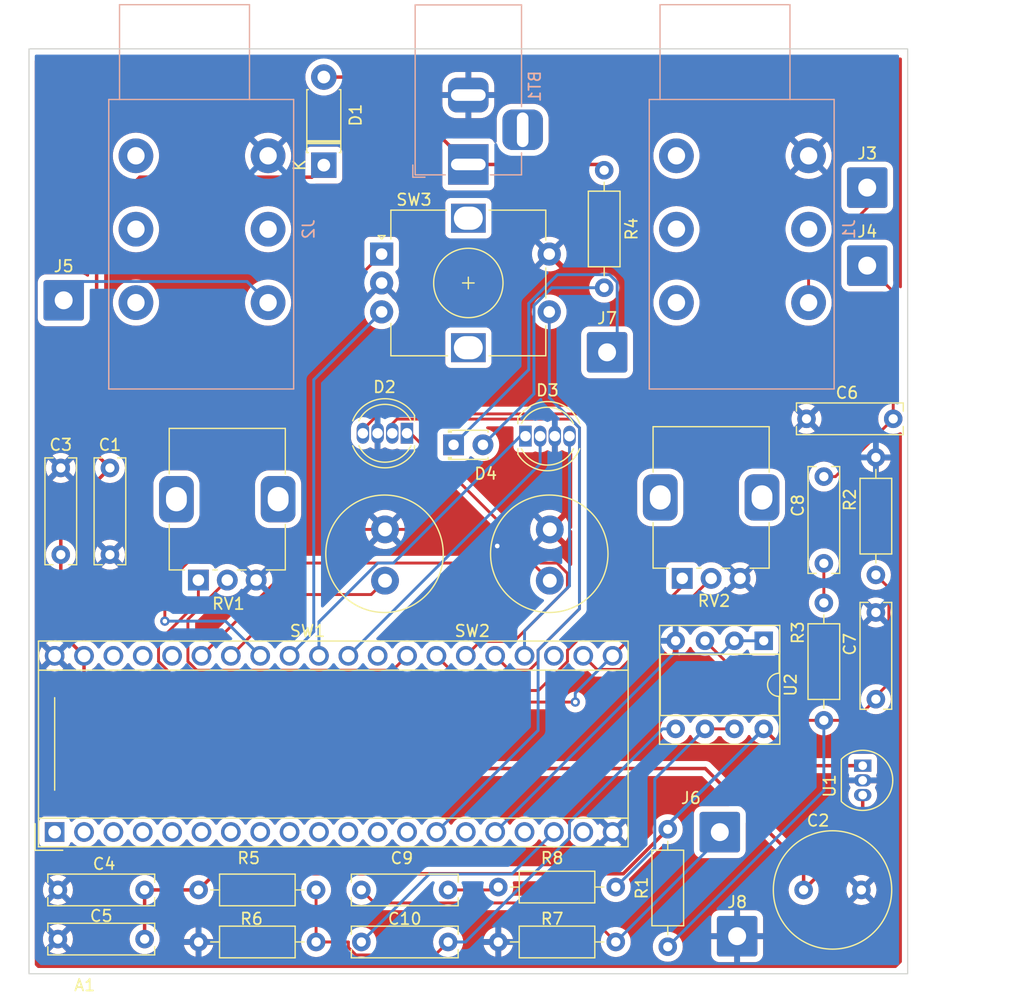
<source format=kicad_pcb>
(kicad_pcb (version 20221018) (generator pcbnew)
  (layers (0 "F.Cu" signal) (31 "B.Cu" signal) (34 "B.Paste" user) (35 "F.Paste" user) (36 "B.SilkS" user "B.Silkscreen") (37 "F.SilkS" user "F.Silkscreen") (38 "B.Mask" user) (39 "F.Mask" user) (44 "Edge.Cuts" user))
  (net 0 "")
  (net 14 "/ENC_CLICK")
  (net 16 "/Left in")
  (net 18 "/Left out")
  (net 20 "GND")
  (net 21 "/3v3")
  (net 22 "Net-(A1-ADC_0)")
  (net 24 "/LED_2_R")
  (net 25 "/LED_1_B")
  (net 26 "/LED_1_G")
  (net 27 "/LED_1_R")
  (net 28 "Net-(A1-ADC_6)")
  (net 30 "/LED_2_B")
  (net 31 "/LED_2_G")
  (net 32 "Net-(A1-SAI2_SD_B)")
  (net 33 "Net-(A1-SAI2_SD_A)")
  (net 34 "Net-(A1-SAI2_FS)")
  (net 35 "Net-(A1-SAI2_SCK)")
  (net 39 "/VCC")
  (net 40 "Net-(BT1-+)")
  (net 41 "+5V")
  (net 42 "Net-(J4-Pin_1)")
  (net 43 "Net-(U2A-+)")
  (net 44 "Net-(C8-Pad2)")
  (net 45 "Net-(C9-Pad1)")
  (net 46 "Net-(J6-Pin_1)")
  (net 47 "Net-(U2B-+)")
  (net 48 "Net-(U2B--)")
  (net 49 "Net-(D4-K)")
  (net 50 "Net-(D4-A)")
  (net 51 "Net-(J3-Pin_1)")
  (net 52 "Net-(J5-Pin_1)")
  (footprint "Capacitor_THT:C_Rect_L9.0mm_W2.5mm_P7.50mm_MKT" (layer "F.Cu") (at 136.25 112.75 180)
    (fp_text reference "C9" (at 4 2.75) (layer "F.SilkS"))
    (fp_text value "1u")
    (pad "1" thru_hole circle (at 0 0 180) (size 1.6 1.6) (drill 0.8) (layers "*.Cu" "*.Mask") (net 45 "Net-(C9-Pad1)"))
    (pad "2" thru_hole circle (at 7.5 0 180) (size 1.6 1.6) (drill 0.8) (layers "*.Cu" "*.Mask") (net 46 "Net-(J6-Pin_1)"))
  )
  (footprint "Resistor_THT:R_Axial_DIN0207_L6.3mm_D2.5mm_P10.16mm_Horizontal" (layer "F.Cu") (at 149.75 50.5 -90)
    (fp_text reference "R4" (at 5.08 -2.37 90) (layer "F.SilkS"))
    (fp_text value "1k")
    (pad "1" thru_hole circle (at 0 0 270) (size 1.6 1.6) (drill 0.8) (layers "*.Cu" "*.Mask") (net 40 "Net-(BT1-+)"))
    (pad "2" thru_hole oval (at 10.16 0 270) (size 1.6 1.6) (drill 0.8) (layers "*.Cu" "*.Mask") (net 50 "Net-(D4-A)"))
  )
  (footprint "Connector_Wire:SolderWire-0.75sqmm_1x01_D1.25mm_OD3.5mm" (layer "F.Cu") (at 161.25 116.75)
    (fp_text reference "J8" (at 0 -2.95) (layer "F.SilkS"))
    (fp_text value "fsw pin 5")
    (pad "1" thru_hole roundrect (at 0 0) (size 3.5 3.5) (drill 1.55) (layers "*.Cu" "*.Mask") (roundrect_rratio 0.071429) (net 20 "GND"))
  )
  (footprint "Capacitor_THT:C_Rect_L9.0mm_W2.5mm_P7.50mm_MKT" (layer "F.Cu") (at 173.25 96.25 90)
    (fp_text reference "C7" (at 4.75 -2.25 90) (layer "F.SilkS"))
    (fp_text value "1n")
    (pad "1" thru_hole circle (at 0 0 90) (size 1.6 1.6) (drill 0.8) (layers "*.Cu" "*.Mask") (net 43 "Net-(U2A-+)"))
    (pad "2" thru_hole circle (at 7.5 0 90) (size 1.6 1.6) (drill 0.8) (layers "*.Cu" "*.Mask") (net 20 "GND"))
  )
  (footprint "Connector_Wire:SolderWire-0.75sqmm_1x01_D1.25mm_OD3.5mm" (layer "F.Cu") (at 150 66.25)
    (fp_text reference "J7" (at 0 -2.95) (layer "F.SilkS"))
    (fp_text value "fsw pin 2")
    (pad "1" thru_hole roundrect (at 0 0) (size 3.5 3.5) (drill 1.55) (layers "*.Cu" "*.Mask") (roundrect_rratio 0.071429) (net 49 "Net-(D4-K)"))
  )
  (footprint "Capacitor_THT:C_Rect_L9.0mm_W2.5mm_P7.50mm_MKT" (layer "F.Cu") (at 128.75 117.25)
    (fp_text reference "C10" (at 3.75 -2) (layer "F.SilkS"))
    (fp_text value "1u")
    (pad "1" thru_hole circle (at 0 0) (size 1.6 1.6) (drill 0.8) (layers "*.Cu" "*.Mask") (net 18 "/Left out"))
    (pad "2" thru_hole circle (at 7.5 0) (size 1.6 1.6) (drill 0.8) (layers "*.Cu" "*.Mask") (net 47 "Net-(U2B-+)"))
  )
  (footprint "Capacitor_THT:C_Rect_L9.0mm_W2.5mm_P7.50mm_MKT" (layer "F.Cu") (at 107 83.75 90)
    (fp_text reference "C1" (at 9.5 0 180) (layer "F.SilkS"))
    (fp_text value "100n")
    (pad "1" thru_hole circle (at 0 0 90) (size 1.6 1.6) (drill 0.8) (layers "*.Cu" "*.Mask") (net 20 "GND"))
    (pad "2" thru_hole circle (at 7.5 0 90) (size 1.6 1.6) (drill 0.8) (layers "*.Cu" "*.Mask") (net 39 "/VCC"))
  )
  (footprint "Diode_THT:D_DO-41_SOD81_P7.62mm_Horizontal" (layer "F.Cu") (at 125.5 50.06 90)
    (fp_text reference "D1" (at 4.33 2.75 90) (layer "F.SilkS"))
    (fp_text value "1N5819")
    (fp_text user "K" (at 0 -2.1 90) (layer "F.SilkS"))
    (pad "1" thru_hole rect (at 0 0 90) (size 2.2 2.2) (drill 1.1) (layers "*.Cu" "*.Mask") (net 39 "/VCC"))
    (pad "2" thru_hole oval (at 7.62 0 90) (size 2.2 2.2) (drill 1.1) (layers "*.Cu" "*.Mask") (net 40 "Net-(BT1-+)"))
  )
  (footprint "Capacitor_THT:C_Rect_L9.0mm_W2.5mm_P7.50mm_MKT" (layer "F.Cu") (at 102.75 76.25 -90)
    (fp_text reference "C3" (at -2 0 -180) (layer "F.SilkS"))
    (fp_text value "100n")
    (pad "1" thru_hole circle (at 0 0 270) (size 1.6 1.6) (drill 0.8) (layers "*.Cu" "*.Mask") (net 20 "GND"))
    (pad "2" thru_hole circle (at 7.5 0 270) (size 1.6 1.6) (drill 0.8) (layers "*.Cu" "*.Mask") (net 39 "/VCC"))
  )
  (footprint "Connector_Wire:SolderWire-0.75sqmm_1x01_D1.25mm_OD3.5mm" (layer "F.Cu") (at 103 61.75)
    (fp_text reference "J5" (at 0 -2.95) (layer "F.SilkS"))
    (fp_text value "fsw pin 6")
    (pad "1" thru_hole roundrect (at 0 0) (size 3.5 3.5) (drill 1.55) (layers "*.Cu" "*.Mask") (roundrect_rratio 0.071429) (net 52 "Net-(J5-Pin_1)"))
  )
  (footprint "LED_THT:LED_D1.8mm_W3.3mm_H2.4mm" (layer "F.Cu") (at 136.725 74.25)
    (fp_text reference "D4" (at 2.775 2.5) (layer "F.SilkS"))
    (fp_text value "LED")
    (pad "1" thru_hole rect (at 0 0) (size 1.8 1.8) (drill 0.9) (layers "*.Cu" "*.Mask") (net 49 "Net-(D4-K)"))
    (pad "2" thru_hole circle (at 2.54 0) (size 1.8 1.8) (drill 0.9) (layers "*.Cu" "*.Mask") (net 50 "Net-(D4-A)"))
  )
  (footprint "Resistor_THT:R_Axial_DIN0207_L6.3mm_D2.5mm_P10.16mm_Horizontal" (layer "F.Cu") (at 150.75 117.25 180)
    (fp_text reference "R7" (at 5.5 2 180) (layer "F.SilkS"))
    (fp_text value "100K")
    (pad "1" thru_hole circle (at 0 0 180) (size 1.6 1.6) (drill 0.8) (layers "*.Cu" "*.Mask") (net 46 "Net-(J6-Pin_1)"))
    (pad "2" thru_hole oval (at 10.16 0 180) (size 1.6 1.6) (drill 0.8) (layers "*.Cu" "*.Mask") (net 20 "GND"))
  )
  (footprint "Potentiometer_THT:Potentiometer_Alps_RK09K_Single_Vertical" (layer "F.Cu") (at 156.5 85.8 90)
    (fp_text reference "RV2" (at -1.95 2.75 180) (layer "F.SilkS"))
    (fp_text value "Knob 2")
    (pad "1" thru_hole rect (at 0 0 90) (size 1.8 1.8) (drill 1) (layers "*.Cu" "*.Mask") (net 21 "/3v3"))
    (pad "2" thru_hole circle (at 0 2.5 90) (size 1.8 1.8) (drill 1) (layers "*.Cu" "*.Mask") (net 22 "Net-(A1-ADC_0)"))
    (pad "3" thru_hole circle (at 0 5 90) (size 1.8 1.8) (drill 1) (layers "*.Cu" "*.Mask") (net 20 "GND"))
    (pad "MP" thru_hole roundrect (at 7 -1.9 90) (size 4 3) (drill oval 2.1 1.8) (layers "*.Cu" "*.Mask"))
    (pad "MP" thru_hole roundrect (at 7 6.9 90) (size 4 3) (drill oval 2.1 1.8) (layers "*.Cu" "*.Mask"))
  )
  (footprint "LED_THT:LED_D5.0mm-4_RGB" (layer "F.Cu") (at 132.69 73.25 180)
    (fp_text reference "D2" (at 1.94 4) (layer "F.SilkS"))
    (fp_text value "LED 1")
    (pad "1" thru_hole rect (at 0 0 180) (size 1.07 1.8) (drill 0.9) (layers "*.Cu" "*.Mask") (net 26 "/LED_1_G"))
    (pad "2" thru_hole oval (at 1.27 0 180) (size 1.07 1.8) (drill 0.9) (layers "*.Cu" "*.Mask") (net 25 "/LED_1_B"))
    (pad "3" thru_hole oval (at 2.54 0 180) (size 1.07 1.8) (drill 0.9) (layers "*.Cu" "*.Mask") (net 20 "GND"))
    (pad "4" thru_hole oval (at 3.81 0 180) (size 1.07 1.8) (drill 0.9) (layers "*.Cu" "*.Mask") (net 27 "/LED_1_R"))
  )
  (footprint "Resistor_THT:R_Axial_DIN0207_L6.3mm_D2.5mm_P10.16mm_Horizontal" (layer "F.Cu") (at 168.75 87.92 -90)
    (fp_text reference "R3" (at 2.58 2.25 90) (layer "F.SilkS"))
    (fp_text value "1k")
    (pad "1" thru_hole circle (at 0 0 270) (size 1.6 1.6) (drill 0.8) (layers "*.Cu" "*.Mask") (net 44 "Net-(C8-Pad2)"))
    (pad "2" thru_hole oval (at 10.16 0 270) (size 1.6 1.6) (drill 0.8) (layers "*.Cu" "*.Mask") (net 43 "Net-(U2A-+)"))
  )
  (footprint "Resistor_THT:R_Axial_DIN0207_L6.3mm_D2.5mm_P10.16mm_Horizontal" (layer "F.Cu") (at 150.75 112.5 180)
    (fp_text reference "R8" (at 5.5 2.5 180) (layer "F.SilkS"))
    (fp_text value "100R")
    (pad "1" thru_hole circle (at 0 0 180) (size 1.6 1.6) (drill 0.8) (layers "*.Cu" "*.Mask") (net 48 "Net-(U2B--)"))
    (pad "2" thru_hole oval (at 10.16 0 180) (size 1.6 1.6) (drill 0.8) (layers "*.Cu" "*.Mask") (net 45 "Net-(C9-Pad1)"))
  )
  (footprint "LED_THT:LED_D5.0mm-4_RGB" (layer "F.Cu") (at 142.94 73.5)
    (fp_text reference "D3" (at 1.905 -3.96) (layer "F.SilkS"))
    (fp_text value "LED 2")
    (pad "1" thru_hole rect (at 0 0) (size 1.07 1.8) (drill 0.9) (layers "*.Cu" "*.Mask") (net 31 "/LED_2_G"))
    (pad "2" thru_hole oval (at 1.27 0) (size 1.07 1.8) (drill 0.9) (layers "*.Cu" "*.Mask") (net 30 "/LED_2_B"))
    (pad "3" thru_hole oval (at 2.54 0) (size 1.07 1.8) (drill 0.9) (layers "*.Cu" "*.Mask") (net 20 "GND"))
    (pad "4" thru_hole oval (at 3.81 0) (size 1.07 1.8) (drill 0.9) (layers "*.Cu" "*.Mask") (net 24 "/LED_2_R"))
  )
  (footprint "Module:Electrosmith_Daisy_Seed" (layer "F.Cu") (at 102.22 107.74 90)
    (fp_text reference "A1" (at -13.25 2.6) (layer "F.SilkS"))
    (fp_text value "Electrosmith_Daisy_Seed_Rev4")
    (pad "1" thru_hole rect (at 0 0 90) (size 1.7 1.7) (drill 1.1) (layers "*.Cu" "*.Mask"))
    (pad "2" thru_hole circle (at 0 2.54 90) (size 1.7 1.7) (drill 1.1) (layers "*.Cu" "*.Mask"))
    (pad "3" thru_hole circle (at 0 5.08 90) (size 1.7 1.7) (drill 1.1) (layers "*.Cu" "*.Mask"))
    (pad "4" thru_hole circle (at 0 7.62 90) (size 1.7 1.7) (drill 1.1) (layers "*.Cu" "*.Mask"))
    (pad "5" thru_hole circle (at 0 10.16 90) (size 1.7 1.7) (drill 1.1) (layers "*.Cu" "*.Mask"))
    (pad "6" thru_hole circle (at 0 12.7 90) (size 1.7 1.7) (drill 1.1) (layers "*.Cu" "*.Mask"))
    (pad "7" thru_hole circle (at 0 15.24 90) (size 1.7 1.7) (drill 1.1) (layers "*.Cu" "*.Mask"))
    (pad "8" thru_hole circle (at 0 17.78 90) (size 1.7 1.7) (drill 1.1) (layers "*.Cu" "*.Mask"))
    (pad "9" thru_hole circle (at 0 20.32 90) (size 1.7 1.7) (drill 1.1) (layers "*.Cu" "*.Mask"))
    (pad "10" thru_hole circle (at 0 22.86 90) (size 1.7 1.7) (drill 1.1) (layers "*.Cu" "*.Mask"))
    (pad "11" thru_hole circle (at 0 25.4 90) (size 1.7 1.7) (drill 1.1) (layers "*.Cu" "*.Mask"))
    (pad "12" thru_hole circle (at 0 27.94 90) (size 1.7 1.7) (drill 1.1) (layers "*.Cu" "*.Mask"))
    (pad "13" thru_hole circle (at 0 30.48 90) (size 1.7 1.7) (drill 1.1) (layers "*.Cu" "*.Mask"))
    (pad "14" thru_hole circle (at 0 33.02 90) (size 1.7 1.7) (drill 1.1) (layers "*.Cu" "*.Mask") (net 14 "/ENC_CLICK"))
    (pad "15" thru_hole circle (at 0 35.56 90) (size 1.7 1.7) (drill 1.1) (layers "*.Cu" "*.Mask"))
    (pad "16" thru_hole circle (at 0 38.1 90) (size 1.7 1.7) (drill 1.1) (layers "*.Cu" "*.Mask") (net 16 "/Left in"))
    (pad "17" thru_hole circle (at 0 40.64 90) (size 1.7 1.7) (drill 1.1) (layers "*.Cu" "*.Mask"))
    (pad "18" thru_hole circle (at 0 43.18 90) (size 1.7 1.7) (drill 1.1) (layers "*.Cu" "*.Mask") (net 18 "/Left out"))
    (pad "19" thru_hole circle (at 0 45.72 90) (size 1.7 1.7) (drill 1.1) (layers "*.Cu" "*.Mask"))
    (pad "20" thru_hole circle (at 0 48.26 90) (size 1.7 1.7) (drill 1.1) (layers "*.Cu" "*.Mask") (net 20 "GND"))
    (pad "21" thru_hole circle (at 15.24 48.26 90) (size 1.7 1.7) (drill 1.1) (layers "*.Cu" "*.Mask") (net 21 "/3v3"))
    (pad "22" thru_hole circle (at 15.24 45.72 90) (size 1.7 1.7) (drill 1.1) (layers "*.Cu" "*.Mask") (net 22 "Net-(A1-ADC_0)"))
    (pad "23" thru_hole circle (at 15.24 43.18 90) (size 1.7 1.7) (drill 1.1) (layers "*.Cu" "*.Mask"))
    (pad "24" thru_hole circle (at 15.24 40.64 90) (size 1.7 1.7) (drill 1.1) (layers "*.Cu" "*.Mask") (net 24 "/LED_2_R"))
    (pad "25" thru_hole circle (at 15.24 38.1 90) (size 1.7 1.7) (drill 1.1) (layers "*.Cu" "*.Mask") (net 25 "/LED_1_B"))
    (pad "26" thru_hole circle (at 15.24 35.56 90) (size 1.7 1.7) (drill 1.1) (layers "*.Cu" "*.Mask") (net 26 "/LED_1_G"))
    (pad "27" thru_hole circle (at 15.24 33.02 90) (size 1.7 1.7) (drill 1.1) (layers "*.Cu" "*.Mask") (net 27 "/LED_1_R"))
    (pad "28" thru_hole circle (at 15.24 30.48 90) (size 1.7 1.7) (drill 1.1) (layers "*.Cu" "*.Mask") (net 28 "Net-(A1-ADC_6)"))
    (pad "29" thru_hole circle (at 15.24 27.94 90) (size 1.7 1.7) (drill 1.1) (layers "*.Cu" "*.Mask"))
    (pad "30" thru_hole circle (at 15.24 25.4 90) (size 1.7 1.7) (drill 1.1) (layers "*.Cu" "*.Mask") (net 30 "/LED_2_B"))
    (pad "31" thru_hole circle (at 15.24 22.86 90) (size 1.7 1.7) (drill 1.1) (layers "*.Cu" "*.Mask") (net 31 "/LED_2_G"))
    (pad "32" thru_hole circle (at 15.24 20.32 90) (size 1.7 1.7) (drill 1.1) (layers "*.Cu" "*.Mask") (net 32 "Net-(A1-SAI2_SD_B)"))
    (pad "33" thru_hole circle (at 15.24 17.78 90) (size 1.7 1.7) (drill 1.1) (layers "*.Cu" "*.Mask") (net 33 "Net-(A1-SAI2_SD_A)"))
    (pad "34" thru_hole circle (at 15.24 15.24 90) (size 1.7 1.7) (drill 1.1) (layers "*.Cu" "*.Mask") (net 34 "Net-(A1-SAI2_FS)"))
    (pad "35" thru_hole circle (at 15.24 12.7 90) (size 1.7 1.7) (drill 1.1) (layers "*.Cu" "*.Mask") (net 35 "Net-(A1-SAI2_SCK)"))
    (pad "36" thru_hole circle (at 15.24 10.16 90) (size 1.7 1.7) (drill 1.1) (layers "*.Cu" "*.Mask"))
    (pad "37" thru_hole circle (at 15.24 7.62 90) (size 1.7 1.7) (drill 1.1) (layers "*.Cu" "*.Mask"))
    (pad "38" thru_hole circle (at 15.24 5.08 90) (size 1.7 1.7) (drill 1.1) (layers "*.Cu" "*.Mask"))
    (pad "39" thru_hole circle (at 15.24 2.54 90) (size 1.7 1.7) (drill 1.1) (layers "*.Cu" "*.Mask") (net 39 "/VCC"))
    (pad "40" thru_hole circle (at 15.24 0 90) (size 1.7 1.7) (drill 1.1) (layers "*.Cu" "*.Mask") (net 20 "GND"))
  )
  (footprint "Potentiometer_THT:Potentiometer_Alps_RK09K_Single_Vertical" (layer "F.Cu") (at 114.65 85.95 90)
    (fp_text reference "RV1" (at -2.05 2.6 180) (layer "F.SilkS"))
    (fp_text value "Knob 1")
    (pad "1" thru_hole rect (at 0 0 90) (size 1.8 1.8) (drill 1) (layers "*.Cu" "*.Mask") (net 21 "/3v3"))
    (pad "2" thru_hole circle (at 0 2.5 90) (size 1.8 1.8) (drill 1) (layers "*.Cu" "*.Mask") (net 28 "Net-(A1-ADC_6)"))
    (pad "3" thru_hole circle (at 0 5 90) (size 1.8 1.8) (drill 1) (layers "*.Cu" "*.Mask") (net 20 "GND"))
    (pad "MP" thru_hole roundrect (at 7 -1.9 90) (size 4 3) (drill oval 2.1 1.8) (layers "*.Cu" "*.Mask"))
    (pad "MP" thru_hole roundrect (at 7 6.9 90) (size 4 3) (drill oval 2.1 1.8) (layers "*.Cu" "*.Mask"))
  )
  (footprint "Connector_Wire:SolderWire-0.75sqmm_1x01_D1.25mm_OD3.5mm" (layer "F.Cu") (at 159.75 107.75)
    (fp_text reference "J6" (at -2.5 -2.95) (layer "F.SilkS"))
    (fp_text value "fsw pin 3")
    (pad "1" thru_hole roundrect (at 0 0) (size 3.5 3.5) (drill 1.55) (layers "*.Cu" "*.Mask") (roundrect_rratio 0.071429) (net 46 "Net-(J6-Pin_1)"))
  )
  (footprint "Package_DIP:DIP-8_W7.62mm_Socket" (layer "F.Cu") (at 163.55 91.2 -90)
    (fp_text reference "U2" (at 3.81 -2.33 90) (layer "F.SilkS"))
    (fp_text value "TL072")
    (pad "1" thru_hole rect (at 0 0 270) (size 1.6 1.6) (drill 0.8) (layers "*.Cu" "*.Mask") (net 16 "/Left in"))
    (pad "2" thru_hole oval (at 0 2.54 270) (size 1.6 1.6) (drill 0.8) (layers "*.Cu" "*.Mask") (net 16 "/Left in"))
    (pad "3" thru_hole oval (at 0 5.08 270) (size 1.6 1.6) (drill 0.8) (layers "*.Cu" "*.Mask") (net 43 "Net-(U2A-+)"))
    (pad "4" thru_hole oval (at 0 7.62 270) (size 1.6 1.6) (drill 0.8) (layers "*.Cu" "*.Mask") (net 20 "GND"))
    (pad "5" thru_hole oval (at 7.62 7.62 270) (size 1.6 1.6) (drill 0.8) (layers "*.Cu" "*.Mask") (net 47 "Net-(U2B-+)"))
    (pad "6" thru_hole oval (at 7.62 5.08 270) (size 1.6 1.6) (drill 0.8) (layers "*.Cu" "*.Mask") (net 48 "Net-(U2B--)"))
    (pad "7" thru_hole oval (at 7.62 2.54 270) (size 1.6 1.6) (drill 0.8) (layers "*.Cu" "*.Mask") (net 48 "Net-(U2B--)"))
    (pad "8" thru_hole oval (at 7.62 0 270) (size 1.6 1.6) (drill 0.8) (layers "*.Cu" "*.Mask") (net 41 "+5V"))
  )
  (footprint "Button_Switch_THT:SW_CW_GPTS203211B_1 podal" (layer "F.Cu") (at 130.794154 86 180)
    (fp_text reference "SW1" (at 6.7 -4.35 180) (layer "F.SilkS"))
    (fp_text value "Switch 1")
    (pad "1" thru_hole circle (at 0 0 180) (size 2.4 2.4) (drill 1.2) (layers "*.Cu" "*.Mask") (net 34 "Net-(A1-SAI2_FS)"))
    (pad "2" thru_hole circle (at 0 4.433961 180) (size 2.4 2.4) (drill 1.2) (layers "*.Cu" "*.Mask") (net 20 "GND"))
  )
  (footprint "Resistor_THT:R_Axial_DIN0207_L6.3mm_D2.5mm_P10.16mm_Horizontal" (layer "F.Cu") (at 155.25 107.5 -90)
    (fp_text reference "R1" (at 5.08 2.25 90) (layer "F.SilkS"))
    (fp_text value "1M")
    (pad "1" thru_hole circle (at 0 0 270) (size 1.6 1.6) (drill 0.8) (layers "*.Cu" "*.Mask") (net 41 "+5V"))
    (pad "2" thru_hole oval (at 10.16 0 270) (size 1.6 1.6) (drill 0.8) (layers "*.Cu" "*.Mask") (net 43 "Net-(U2A-+)"))
  )
  (footprint "Capacitor_THT:C_Rect_L9.0mm_W2.5mm_P7.50mm_MKT" (layer "F.Cu") (at 102.5 112.75)
    (fp_text reference "C4" (at 4 -2.25) (layer "F.SilkS"))
    (fp_text value "100n")
    (pad "1" thru_hole circle (at 0 0) (size 1.6 1.6) (drill 0.8) (layers "*.Cu" "*.Mask") (net 20 "GND"))
    (pad "2" thru_hole circle (at 7.5 0) (size 1.6 1.6) (drill 0.8) (layers "*.Cu" "*.Mask") (net 41 "+5V"))
  )
  (footprint "Connector_Wire:SolderWire-0.75sqmm_1x01_D1.25mm_OD3.5mm" (layer "F.Cu") (at 172.5 58.75)
    (fp_text reference "J4" (at 0 -2.95) (layer "F.SilkS"))
    (fp_text value "fsw pin 4")
    (pad "1" thru_hole roundrect (at 0 0) (size 3.5 3.5) (drill 1.55) (layers "*.Cu" "*.Mask") (roundrect_rratio 0.071429) (net 42 "Net-(J4-Pin_1)"))
  )
  (footprint "Rotary_Encoder:RotaryEncoder_Alps_EC12E-Switch_Vertical_H20mm" (layer "F.Cu") (at 130.5 57.75)
    (fp_text reference "SW3" (at 2.8 -4.7) (layer "F.SilkS"))
    (fp_text value "RotaryEncoder_Switch")
    (pad "A" thru_hole rect (at 0 0) (size 2 2) (drill 1) (layers "*.Cu" "*.Mask") (net 33 "Net-(A1-SAI2_SD_A)"))
    (pad "B" thru_hole circle (at 0 5) (size 2 2) (drill 1) (layers "*.Cu" "*.Mask") (net 32 "Net-(A1-SAI2_SD_B)"))
    (pad "C" thru_hole circle (at 0 2.5) (size 2 2) (drill 1) (layers "*.Cu" "*.Mask") (net 20 "GND"))
    (pad "MP" thru_hole rect (at 7.5 -3.1) (size 3 2.5) (drill oval 2.5 2) (layers "*.Cu" "*.Mask"))
    (pad "MP" thru_hole rect (at 7.5 8.1) (size 3 2.5) (drill oval 2.5 2) (layers "*.Cu" "*.Mask"))
    (pad "S1" thru_hole circle (at 14.5 0) (size 2 2) (drill 1) (layers "*.Cu" "*.Mask") (net 20 "GND"))
    (pad "S2" thru_hole circle (at 14.5 5) (size 2 2) (drill 1) (layers "*.Cu" "*.Mask") (net 14 "/ENC_CLICK"))
  )
  (footprint "Capacitor_THT:C_Rect_L9.0mm_W2.5mm_P7.50mm_MKT" (layer "F.Cu") (at 168.75 77 -90)
    (fp_text reference "C8" (at 2.5 2.25 90) (layer "F.SilkS"))
    (fp_text value "1u")
    (pad "1" thru_hole circle (at 0 0 270) (size 1.6 1.6) (drill 0.8) (layers "*.Cu" "*.Mask") (net 42 "Net-(J4-Pin_1)"))
    (pad "2" thru_hole circle (at 7.5 0 270) (size 1.6 1.6) (drill 0.8) (layers "*.Cu" "*.Mask") (net 44 "Net-(C8-Pad2)"))
  )
  (footprint "Capacitor_THT:C_Radial_D10.0mm_H16.0mm_P5.00mm" (layer "F.Cu") (at 167 112.75)
    (fp_text reference "C2" (at 1.25 -6) (layer "F.SilkS"))
    (fp_text value "100u")
    (pad "1" thru_hole circle (at 0 0) (size 1.6 1.6) (drill 0.8) (layers "*.Cu" "*.Mask") (net 39 "/VCC"))
    (pad "2" thru_hole circle (at 5 0) (size 1.6 1.6) (drill 0.8) (layers "*.Cu" "*.Mask") (net 20 "GND"))
  )
  (footprint "Resistor_THT:R_Axial_DIN0207_L6.3mm_D2.5mm_P10.16mm_Horizontal" (layer "F.Cu") (at 173.25 85.5 90)
    (fp_text reference "R2" (at 6.5 -2.25 90) (layer "F.SilkS"))
    (fp_text value "1M")
    (pad "1" thru_hole circle (at 0 0 90) (size 1.6 1.6) (drill 0.8) (layers "*.Cu" "*.Mask") (net 43 "Net-(U2A-+)"))
    (pad "2" thru_hole oval (at 10.16 0 90) (size 1.6 1.6) (drill 0.8) (layers "*.Cu" "*.Mask") (net 20 "GND"))
  )
  (footprint "Connector_Wire:SolderWire-0.75sqmm_1x01_D1.25mm_OD3.5mm" (layer "F.Cu") (at 172.5 52)
    (fp_text reference "J3" (at 0 -2.95) (layer "F.SilkS"))
    (fp_text value "fsw pin 1")
    (pad "1" thru_hole roundrect (at 0 0) (size 3.5 3.5) (drill 1.55) (layers "*.Cu" "*.Mask") (roundrect_rratio 0.071429) (net 51 "Net-(J3-Pin_1)"))
  )
  (footprint "Resistor_THT:R_Axial_DIN0207_L6.3mm_D2.5mm_P10.16mm_Horizontal" (layer "F.Cu") (at 114.67 112.75)
    (fp_text reference "R5" (at 4.33 -2.75 180) (layer "F.SilkS"))
    (fp_text value "1M")
    (pad "1" thru_hole circle (at 0 0) (size 1.6 1.6) (drill 0.8) (layers "*.Cu" "*.Mask") (net 41 "+5V"))
    (pad "2" thru_hole oval (at 10.16 0) (size 1.6 1.6) (drill 0.8) (layers "*.Cu" "*.Mask") (net 47 "Net-(U2B-+)"))
  )
  (footprint "Capacitor_THT:C_Rect_L9.0mm_W2.5mm_P7.50mm_MKT" (layer "F.Cu") (at 102.5 117)
    (fp_text reference "C5" (at 3.75 -2) (layer "F.SilkS"))
    (fp_text value "100n")
    (pad "1" thru_hole circle (at 0 0) (size 1.6 1.6) (drill 0.8) (layers "*.Cu" "*.Mask") (net 20 "GND"))
    (pad "2" thru_hole circle (at 7.5 0) (size 1.6 1.6) (drill 0.8) (layers "*.Cu" "*.Mask") (net 41 "+5V"))
  )
  (footprint "Package_TO_SOT_THT:TO-92_Inline" (layer "F.Cu") (at 172.11 102 -90)
    (fp_text reference "U1" (at 1.75 2.86 90) (layer "F.SilkS"))
    (fp_text value "L78L05_TO92")
    (pad "1" thru_hole rect (at 0 0 270) (size 1.05 1.5) (drill 0.75) (layers "*.Cu" "*.Mask") (net 41 "+5V"))
    (pad "2" thru_hole oval (at 1.27 0 270) (size 1.05 1.5) (drill 0.75) (layers "*.Cu" "*.Mask") (net 20 "GND"))
    (pad "3" thru_hole oval (at 2.54 0 270) (size 1.05 1.5) (drill 0.75) (layers "*.Cu" "*.Mask") (net 39 "/VCC"))
  )
  (footprint "Button_Switch_THT:SW_CW_GPTS203211B_1 podal" (layer "F.Cu") (at 145.044154 86 180)
    (fp_text reference "SW2" (at 6.7 -4.35 180) (layer "F.SilkS"))
    (fp_text value "Switch 2")
    (pad "1" thru_hole circle (at 0 0 180) (size 2.4 2.4) (drill 1.2) (layers "*.Cu" "*.Mask") (net 35 "Net-(A1-SAI2_SCK)"))
    (pad "2" thru_hole circle (at 0 4.433961 180) (size 2.4 2.4) (drill 1.2) (layers "*.Cu" "*.Mask") (net 20 "GND"))
  )
  (footprint "Capacitor_THT:C_Rect_L9.0mm_W2.5mm_P7.50mm_MKT" (layer "F.Cu") (at 174.75 72 180)
    (fp_text reference "C6" (at 4 2.25) (layer "F.SilkS"))
    (fp_text value "100p")
    (pad "1" thru_hole circle (at 0 0 180) (size 1.6 1.6) (drill 0.8) (layers "*.Cu" "*.Mask") (net 42 "Net-(J4-Pin_1)"))
    (pad "2" thru_hole circle (at 7.5 0 180) (size 1.6 1.6) (drill 0.8) (layers "*.Cu" "*.Mask") (net 20 "GND"))
  )
  (footprint "Resistor_THT:R_Axial_DIN0207_L6.3mm_D2.5mm_P10.16mm_Horizontal" (layer "F.Cu") (at 124.83 117.25 180)
    (fp_text reference "R6" (at 5.58 2 180) (layer "F.SilkS"))
    (fp_text value "1M")
    (pad "1" thru_hole circle (at 0 0 180) (size 1.6 1.6) (drill 0.8) (layers "*.Cu" "*.Mask") (net 47 "Net-(U2B-+)"))
    (pad "2" thru_hole oval (at 10.16 0 180) (size 1.6 1.6) (drill 0.8) (layers "*.Cu" "*.Mask") (net 20 "GND"))
  )
  (footprint "Connector_Audio:Jack_6.35mm_Neutrik_NRJ6HM-1_Horizontal" (layer "B.Cu") (at 120.68 61.95 90)
    (fp_text reference "J2" (at 6.35 3.5 270) (layer "B.SilkS") (effects (justify mirror)))
    (fp_text value "Left out")
    (pad "R" thru_hole circle (at 6.35 0 90) (size 3 3) (drill 1.5) (layers "*.Cu" "*.Mask"))
    (pad "RN" thru_hole circle (at 6.35 -11.43 90) (size 3 3) (drill 1.5) (layers "*.Cu" "*.Mask"))
    (pad "S" thru_hole circle (at 12.7 0 90) (size 3 3) (drill 1.5) (layers "*.Cu" "*.Mask") (net 20 "GND"))
    (pad "SN" thru_hole circle (at 12.7 -11.43 90) (size 3 3) (drill 1.5) (layers "*.Cu" "*.Mask"))
    (pad "T" thru_hole circle (at 0 0 90) (size 3 3) (drill 1.5) (layers "*.Cu" "*.Mask") (net 52 "Net-(J5-Pin_1)"))
    (pad "TN" thru_hole circle (at 0 -11.43 90) (size 3 3) (drill 1.5) (layers "*.Cu" "*.Mask"))
  )
  (footprint "Connector_Audio:Jack_6.35mm_Neutrik_NRJ6HM-1_Horizontal" (layer "B.Cu") (at 167.43 61.95 90)
    (fp_text reference "J1" (at 6.35 3.5 270) (layer "B.SilkS") (effects (justify mirror)))
    (fp_text value "Guitar in")
    (pad "R" thru_hole circle (at 6.35 0 90) (size 3 3) (drill 1.5) (layers "*.Cu" "*.Mask"))
    (pad "RN" thru_hole circle (at 6.35 -11.43 90) (size 3 3) (drill 1.5) (layers "*.Cu" "*.Mask"))
    (pad "S" thru_hole circle (at 12.7 0 90) (size 3 3) (drill 1.5) (layers "*.Cu" "*.Mask") (net 20 "GND"))
    (pad "SN" thru_hole circle (at 12.7 -11.43 90) (size 3 3) (drill 1.5) (layers "*.Cu" "*.Mask"))
    (pad "T" thru_hole circle (at 0 0 90) (size 3 3) (drill 1.5) (layers "*.Cu" "*.Mask") (net 51 "Net-(J3-Pin_1)"))
    (pad "TN" thru_hole circle (at 0 -11.43 90) (size 3 3) (drill 1.5) (layers "*.Cu" "*.Mask"))
  )
  (footprint "Connector_BarrelJack:BarrelJack_Horizontal" (layer "B.Cu") (at 138 50 -90)
    (fp_text reference "BT1" (at -6.75 -5.75 90) (layer "B.SilkS") (effects (justify mirror)))
    (fp_text value "Battery_Cell")
    (pad "1" thru_hole rect (at 0 0 270) (size 3.5 3.5) (drill oval 1 3) (layers "*.Cu" "*.Mask") (net 40 "Net-(BT1-+)"))
    (pad "2" thru_hole roundrect (at -6 0 270) (size 3 3.5) (drill oval 1 3) (layers "*.Cu" "*.Mask") (net 20 "GND"))
    (pad "3" thru_hole roundrect (at -3 -4.7 270) (size 3.5 3.5) (drill oval 3 1) (layers "*.Cu" "*.Mask"))
  )
  (gr_rect (start 100 40) (end 176 120) (stroke (width 0.1)) (fill none) (layer "Edge.Cuts"))
  (segment (start 147.61 88.438299) (end 144.035 92.013299) (width 0.25) (layer "B.Cu") (net 14))
  (segment (start 144.035 98.945) (end 135.24 107.74) (width 0.25) (layer "B.Cu") (net 14))
  (segment (start 145 70.168776) (end 147.61 72.778776) (width 0.25) (layer "B.Cu") (net 14))
  (segment (start 145 62.75) (end 145 70.168776) (width 0.25) (layer "B.Cu") (net 14))
  (segment (start 147.61 72.778776) (end 147.61 88.438299) (width 0.25) (layer "B.Cu") (net 14))
  (segment (start 144.035 92.013299) (end 144.035 98.945) (width 0.25) (layer "B.Cu") (net 14))
  (segment (start 159.885 92.325) (end 155.735 92.325) (width 0.25) (layer "B.Cu") (net 16))
  (segment (start 155.735 92.325) (end 140.32 107.74) (width 0.25) (layer "B.Cu") (net 16))
  (segment (start 161.01 91.2) (end 159.885 92.325) (width 0.25) (layer "B.Cu") (net 16))
  (segment (start 161.01 91.2) (end 163.55 91.2) (width 0.25) (layer "B.Cu") (net 16))
  (segment (start 134.625 111.375) (end 141.765 111.375) (width 0.25) (layer "B.Cu") (net 18))
  (segment (start 141.765 111.375) (end 145.4 107.74) (width 0.25) (layer "B.Cu") (net 18))
  (segment (start 128.75 117.25) (end 134.625 111.375) (width 0.25) (layer "B.Cu") (net 18))
  (segment (start 145 81.5) (end 145.48 81.02) (width 0.25) (layer "F.Cu") (net 20))
  (segment (start 139.066039 81.566039) (end 140.5 83) (width 0.25) (layer "F.Cu") (net 20))
  (segment (start 145.044154 81.544154) (end 145 81.5) (width 0.25) (layer "F.Cu") (net 20))
  (segment (start 124.033961 81.566039) (end 119.65 85.95) (width 0.25) (layer "F.Cu") (net 20))
  (segment (start 130.794154 81.566039) (end 139.066039 81.566039) (width 0.25) (layer "F.Cu") (net 20))
  (segment (start 130.794154 81.566039) (end 130.794154 81.294154) (width 0.25) (layer "F.Cu") (net 20))
  (segment (start 130.794154 81.294154) (end 130.15 80.65) (width 0.25) (layer "F.Cu") (net 20))
  (segment (start 130.794154 81.566039) (end 124.033961 81.566039) (width 0.25) (layer "F.Cu") (net 20))
  (segment (start 145.044154 81.566039) (end 145.044154 81.544154) (width 0.25) (layer "F.Cu") (net 20))
  (via (at 140.5 83) (size 0.8) (drill 0.4) (layers "F.Cu" "B.Cu") (net 20))
  (segment (start 143.610193 83) (end 145.044154 81.566039) (width 0.25) (layer "B.Cu") (net 20))
  (segment (start 140.5 83) (end 143.610193 83) (width 0.25) (layer "B.Cu") (net 20))
  (segment (start 156.5 86.48) (end 150.48 92.5) (width 0.25) (layer "F.Cu") (net 21))
  (segment (start 156.5 85.8) (end 156.5 86.48) (width 0.25) (layer "F.Cu") (net 21))
  (segment (start 111.205 91.258604) (end 111.205 92.986701) (width 0.25) (layer "F.Cu") (net 21))
  (segment (start 111.205 92.986701) (end 114.718299 96.5) (width 0.25) (layer "F.Cu") (net 21))
  (segment (start 114.65 85.95) (end 114.65 87.813604) (width 0.25) (layer "F.Cu") (net 21))
  (segment (start 114.65 87.813604) (end 111.205 91.258604) (width 0.25) (layer "F.Cu") (net 21))
  (segment (start 114.718299 96.5) (end 147.25 96.5) (width 0.25) (layer "F.Cu") (net 21))
  (via (at 147.25 96.5) (size 0.8) (drill 0.4) (layers "F.Cu" "B.Cu") (net 21))
  (segment (start 147.25 96.5) (end 147.25 95.73) (width 0.25) (layer "B.Cu") (net 21))
  (segment (start 147.25 95.73) (end 150.48 92.5) (width 0.25) (layer "B.Cu") (net 21))
  (segment (start 159 85.8) (end 151.125 93.675) (width 0.25) (layer "F.Cu") (net 22))
  (segment (start 151.125 93.675) (end 149.115 93.675) (width 0.25) (layer "F.Cu") (net 22))
  (segment (start 149.115 93.675) (end 147.94 92.5) (width 0.25) (layer "F.Cu") (net 22))
  (segment (start 146.75 86.45083) (end 142.86 90.34083) (width 0.25) (layer "B.Cu") (net 24))
  (segment (start 142.86 90.34083) (end 142.86 92.5) (width 0.25) (layer "B.Cu") (net 24))
  (segment (start 146.75 73.5) (end 146.75 86.45083) (width 0.25) (layer "B.Cu") (net 24))
  (segment (start 131.83 72.025) (end 146.856224 72.025) (width 0.25) (layer "F.Cu") (net 25))
  (segment (start 131.42 73.25) (end 131.42 72.435) (width 0.25) (layer "F.Cu") (net 25))
  (segment (start 144.035 92.986701) (end 143.271701 93.75) (width 0.25) (layer "F.Cu") (net 25))
  (segment (start 141.57 93.75) (end 140.32 92.5) (width 0.25) (layer "F.Cu") (net 25))
  (segment (start 146.856224 72.025) (end 147.61 72.778776) (width 0.25) (layer "F.Cu") (net 25))
  (segment (start 144.035 92.013299) (end 144.035 92.986701) (width 0.25) (layer "F.Cu") (net 25))
  (segment (start 147.61 72.778776) (end 147.61 88.438299) (width 0.25) (layer "F.Cu") (net 25))
  (segment (start 147.61 88.438299) (end 144.035 92.013299) (width 0.25) (layer "F.Cu") (net 25))
  (segment (start 131.42 72.435) (end 131.83 72.025) (width 0.25) (layer "F.Cu") (net 25))
  (segment (start 143.271701 93.75) (end 141.57 93.75) (width 0.25) (layer "F.Cu") (net 25))
  (segment (start 145.67583 84.475) (end 146.569154 85.368324) (width 0.25) (layer "F.Cu") (net 26))
  (segment (start 141.95083 91.25) (end 139.03 91.25) (width 0.25) (layer "F.Cu") (net 26))
  (segment (start 144.225 84.475) (end 145.67583 84.475) (width 0.25) (layer "F.Cu") (net 26))
  (segment (start 146.569154 85.368324) (end 146.569154 86.631676) (width 0.25) (layer "F.Cu") (net 26))
  (segment (start 139.03 91.25) (end 137.78 92.5) (width 0.25) (layer "F.Cu") (net 26))
  (segment (start 132.69 73.25) (end 133 73.25) (width 0.25) (layer "F.Cu") (net 26))
  (segment (start 146.569154 86.631676) (end 141.95083 91.25) (width 0.25) (layer "F.Cu") (net 26))
  (segment (start 133 73.25) (end 144.225 84.475) (width 0.25) (layer "F.Cu") (net 26))
  (segment (start 148.453113 71.575) (end 148.99455 72.116437) (width 0.25) (layer "F.Cu") (net 27))
  (segment (start 129.29 72.528776) (end 130.243776 71.575) (width 0.25) (layer "F.Cu") (net 27))
  (segment (start 128.88 73.25) (end 128.88 73.67) (width 0.25) (layer "F.Cu") (net 27))
  (segment (start 148.99455 89.593749) (end 146.575 92.013299) (width 0.25) (layer "F.Cu") (net 27))
  (segment (start 138.24 95.5) (end 135.24 92.5) (width 0.25) (layer "F.Cu") (net 27))
  (segment (start 146.575 92.013299) (end 146.575 92.986701) (width 0.25) (layer "F.Cu") (net 27))
  (segment (start 146.575 92.986701) (end 144.061701 95.5) (width 0.25) (layer "F.Cu") (net 27))
  (segment (start 148.99455 72.116437) (end 148.99455 89.593749) (width 0.25) (layer "F.Cu") (net 27))
  (segment (start 130.243776 71.575) (end 148.453113 71.575) (width 0.25) (layer "F.Cu") (net 27))
  (segment (start 144.061701 95.5) (end 138.24 95.5) (width 0.25) (layer "F.Cu") (net 27))
  (segment (start 113.745 89.355) (end 113.745 92.986701) (width 0.25) (layer "F.Cu") (net 28))
  (segment (start 131.45 93.75) (end 132.7 92.5) (width 0.25) (layer "F.Cu") (net 28))
  (segment (start 114.508299 93.75) (end 131.45 93.75) (width 0.25) (layer "F.Cu") (net 28))
  (segment (start 113.745 92.986701) (end 114.508299 93.75) (width 0.25) (layer "F.Cu") (net 28))
  (segment (start 117.15 85.95) (end 113.745 89.355) (width 0.25) (layer "F.Cu") (net 28))
  (segment (start 144.21 75.91) (end 127.62 92.5) (width 0.25) (layer "B.Cu") (net 30))
  (segment (start 144.21 73.5) (end 144.21 75.91) (width 0.25) (layer "B.Cu") (net 30))
  (segment (start 131.525 84.475) (end 130.162478 84.475) (width 0.25) (layer "B.Cu") (net 31))
  (segment (start 142.5 73.5) (end 131.525 84.475) (width 0.25) (layer "B.Cu") (net 31))
  (segment (start 125.08 89.557478) (end 125.08 92.5) (width 0.25) (layer "B.Cu") (net 31))
  (segment (start 130.162478 84.475) (end 125.08 89.557478) (width 0.25) (layer "B.Cu") (net 31))
  (segment (start 142.94 73.5) (end 142.5 73.5) (width 0.25) (layer "B.Cu") (net 31))
  (segment (start 130.5 62.75) (end 124.63 68.62) (width 0.25) (layer "B.Cu") (net 32))
  (segment (start 124.63 68.62) (end 124.63 90.41) (width 0.25) (layer "B.Cu") (net 32))
  (segment (start 124.63 90.41) (end 122.54 92.5) (width 0.25) (layer "B.Cu") (net 32))
  (segment (start 118.375 79.775) (end 111.75 86.4) (width 0.25) (layer "F.Cu") (net 33))
  (segment (start 111.75 86.4) (end 111.75 89.5) (width 0.25) (layer "F.Cu") (net 33))
  (segment (start 118.375 69.875) (end 118.375 79.775) (width 0.25) (layer "F.Cu") (net 33))
  (segment (start 130.5 57.75) (end 118.375 69.875) (width 0.25) (layer "F.Cu") (net 33))
  (via (at 111.75 89.5) (size 0.8) (drill 0.4) (layers "F.Cu" "B.Cu") (net 33))
  (segment (start 117 89.5) (end 120 92.5) (width 0.25) (layer "B.Cu") (net 33))
  (segment (start 111.75 89.5) (end 117 89.5) (width 0.25) (layer "B.Cu") (net 33))
  (segment (start 130.794154 86) (end 129.594154 87.2) (width 0.25) (layer "F.Cu") (net 34))
  (segment (start 122.76 87.2) (end 117.46 92.5) (width 0.25) (layer "F.Cu") (net 34))
  (segment (start 129.594154 87.2) (end 122.76 87.2) (width 0.25) (layer "F.Cu") (net 34))
  (segment (start 143.519154 84.475) (end 122.945 84.475) (width 0.25) (layer "F.Cu") (net 35))
  (segment (start 145.044154 86) (end 143.519154 84.475) (width 0.25) (layer "F.Cu") (net 35))
  (segment (start 122.945 84.475) (end 114.92 92.5) (width 0.25) (layer "F.Cu") (net 35))
  (segment (start 105.85 75.1) (end 105.85 54.833704) (width 0.3) (layer "F.Cu") (net 39))
  (segment (start 107 76.25) (end 105.85 75.1) (width 0.3) (layer "F.Cu") (net 39))
  (segment (start 105.85 54.833704) (end 109.583704 51.1) (width 0.3) (layer "F.Cu") (net 39))
  (segment (start 102.75 90.49) (end 102.75 83.75) (width 0.3) (layer "F.Cu") (net 39))
  (segment (start 104.76 92.5) (end 104.76 94.51) (width 0.3) (layer "F.Cu") (net 39))
  (segment (start 172.11 107.64) (end 167 112.75) (width 0.3) (layer "F.Cu") (net 39))
  (segment (start 102.75 83.75) (end 102.75 80.5) (width 0.3) (layer "F.Cu") (net 39))
  (segment (start 112.5 102.25) (end 158.5 102.25) (width 0.3) (layer "F.Cu") (net 39))
  (segment (start 158.5 102.25) (end 167 110.75) (width 0.3) (layer "F.Cu") (net 39))
  (segment (start 104.76 94.51) (end 112.5 102.25) (width 0.3) (layer "F.Cu") (net 39))
  (segment (start 172.11 104.54) (end 172.11 107.64) (width 0.3) (layer "F.Cu") (net 39))
  (segment (start 109.583704 51.1) (end 124.46 51.1) (width 0.3) (layer "F.Cu") (net 39))
  (segment (start 167 110.75) (end 167 112.75) (width 0.3) (layer "F.Cu") (net 39))
  (segment (start 102.75 80.5) (end 107 76.25) (width 0.3) (layer "F.Cu") (net 39))
  (segment (start 104.76 92.5) (end 102.75 90.49) (width 0.3) (layer "F.Cu") (net 39))
  (segment (start 124.46 51.1) (end 125.5 50.06) (width 0.3) (layer "F.Cu") (net 39))
  (segment (start 149.25 50) (end 149.75 50.5) (width 0.3) (layer "F.Cu") (net 40))
  (segment (start 130.44 42.44) (end 138 50) (width 0.3) (layer "F.Cu") (net 40))
  (segment (start 138 50) (end 149.25 50) (width 0.3) (layer "F.Cu") (net 40))
  (segment (start 125.5 42.44) (end 130.44 42.44) (width 0.3) (layer "F.Cu") (net 40))
  (segment (start 116.07 111.35) (end 151.4 111.35) (width 0.3) (layer "F.Cu") (net 41))
  (segment (start 114.67 112.75) (end 116.07 111.35) (width 0.3) (layer "F.Cu") (net 41))
  (segment (start 151.4 111.35) (end 155.25 107.5) (width 0.3) (layer "F.Cu") (net 41))
  (segment (start 110 112.75) (end 114.67 112.75) (width 0.3) (layer "F.Cu") (net 41))
  (segment (start 166.73 102) (end 172.11 102) (width 0.3) (layer "F.Cu") (net 41))
  (segment (start 110 117) (end 110 112.75) (width 0.3) (layer "F.Cu") (net 41))
  (segment (start 163.55 98.82) (end 166.73 102) (width 0.3) (layer "F.Cu") (net 41))
  (segment (start 155.25 107.12) (end 155.25 107.5) (width 0.3) (layer "B.Cu") (net 41))
  (segment (start 163.55 98.82) (end 155.25 107.12) (width 0.3) (layer "B.Cu") (net 41))
  (segment (start 174.75 72) (end 174.75 61) (width 0.25) (layer "F.Cu") (net 42))
  (segment (start 174.75 61) (end 172.5 58.75) (width 0.25) (layer "F.Cu") (net 42))
  (segment (start 174.75 72) (end 169.75 77) (width 0.25) (layer "F.Cu") (net 42))
  (segment (start 169.75 77) (end 168.75 77) (width 0.25) (layer "F.Cu") (net 42))
  (segment (start 174.375 86.625) (end 173.25 85.5) (width 0.25) (layer "F.Cu") (net 43))
  (segment (start 158.47 91.2) (end 165.35 98.08) (width 0.25) (layer "F.Cu") (net 43))
  (segment (start 174.375 94.875) (end 174.375 86.625) (width 0.25) (layer "F.Cu") (net 43))
  (segment (start 171.42 98.08) (end 173.25 96.25) (width 0.25) (layer "F.Cu") (net 43))
  (segment (start 173.25 96) (end 174.375 94.875) (width 0.25) (layer "F.Cu") (net 43))
  (segment (start 168.75 98.08) (end 171.42 98.08) (width 0.25) (layer "F.Cu") (net 43))
  (segment (start 165.35 98.08) (end 168.75 98.08) (width 0.25) (layer "F.Cu") (net 43))
  (segment (start 173.25 96.25) (end 173.25 96) (width 0.25) (layer "F.Cu") (net 43))
  (segment (start 168.75 104.16) (end 155.25 117.66) (width 0.25) (layer "B.Cu") (net 43))
  (segment (start 168.75 98.08) (end 168.75 104.16) (width 0.25) (layer "B.Cu") (net 43))
  (segment (start 168.75 84.5) (end 168.75 87.92) (width 0.25) (layer "F.Cu") (net 44))
  (segment (start 136.25 112.75) (end 140.34 112.75) (width 0.25) (layer "F.Cu") (net 45))
  (segment (start 140.34 112.75) (end 140.59 112.5) (width 0.25) (layer "F.Cu") (net 45))
  (segment (start 147.375 113.875) (end 150.75 117.25) (width 0.25) (layer "F.Cu") (net 46))
  (segment (start 128.75 112.75) (end 129.875 113.875) (width 0.25) (layer "F.Cu") (net 46))
  (segment (start 129.875 113.875) (end 147.375 113.875) (width 0.25) (layer "F.Cu") (net 46))
  (segment (start 159.75 108.25) (end 159.75 107.75) (width 0.25) (layer "B.Cu") (net 46))
  (segment (start 150.75 117.25) (end 159.75 108.25) (width 0.25) (layer "B.Cu") (net 46))
  (segment (start 124.83 112.75) (end 124.83 117.25) (width 0.25) (layer "F.Cu") (net 47))
  (segment (start 127.625 117.715991) (end 128.284009 118.375) (width 0.25) (layer "F.Cu") (net 47))
  (segment (start 124.83 117.25) (end 127.625 117.25) (width 0.25) (layer "F.Cu") (net 47))
  (segment (start 127.625 117.25) (end 127.625 117.715991) (width 0.25) (layer "F.Cu") (net 47))
  (segment (start 128.284009 118.375) (end 135.125 118.375) (width 0.25) (layer "F.Cu") (net 47))
  (segment (start 135.125 118.375) (end 136.25 117.25) (width 0.25) (layer "F.Cu") (net 47))
  (segment (start 155.93 98.82) (end 154.79863 98.82) (width 0.25) (layer "B.Cu") (net 47))
  (segment (start 154.79863 98.82) (end 146.75 106.86863) (width 0.25) (layer "B.Cu") (net 47))
  (segment (start 146.75 108.25) (end 137.75 117.25) (width 0.25) (layer "B.Cu") (net 47))
  (segment (start 146.75 106.86863) (end 146.75 108.25) (width 0.25) (layer "B.Cu") (net 47))
  (segment (start 137.75 117.25) (end 136.25 117.25) (width 0.25) (layer "B.Cu") (net 47))
  (segment (start 161 98.75) (end 160.93 98.82) (width 0.25) (layer "F.Cu") (net 48))
  (segment (start 161.01 98.82) (end 161.01 98.76) (width 0.25) (layer "F.Cu") (net 48))
  (segment (start 161.01 98.76) (end 161 98.75) (width 0.25) (layer "F.Cu") (net 48))
  (segment (start 160.93 98.82) (end 158.47 98.82) (width 0.25) (layer "F.Cu") (net 48))
  (segment (start 158.47 98.82) (end 154.125 103.165) (width 0.25) (layer "B.Cu") (net 48))
  (segment (start 154.125 109.125) (end 150.75 112.5) (width 0.25) (layer "B.Cu") (net 48))
  (segment (start 154.125 103.165) (end 154.125 109.125) (width 0.25) (layer "B.Cu") (net 48))
  (segment (start 150.875 60.194009) (end 150.875 65.375) (width 0.25) (layer "B.Cu") (net 49))
  (segment (start 150.215991 59.535) (end 150.875 60.194009) (width 0.25) (layer "B.Cu") (net 49))
  (segment (start 145.704771 59.535) (end 150.215991 59.535) (width 0.25) (layer "B.Cu") (net 49))
  (segment (start 150.875 65.375) (end 150 66.25) (width 0.25) (layer "B.Cu") (net 49))
  (segment (start 136.725 74.25) (end 143.225 67.75) (width 0.25) (layer "B.Cu") (net 49))
  (segment (start 143.225 67.75) (end 143.225 62.014771) (width 0.25) (layer "B.Cu") (net 49))
  (segment (start 143.225 62.014771) (end 145.704771 59.535) (width 0.25) (layer "B.Cu") (net 49))
  (segment (start 145.216167 60.66) (end 149.75 60.66) (width 0.25) (layer "B.Cu") (net 50))
  (segment (start 139.265 74.25) (end 143.675 69.84) (width 0.25) (layer "B.Cu") (net 50))
  (segment (start 143.675 62.201167) (end 145.216167 60.66) (width 0.25) (layer "B.Cu") (net 50))
  (segment (start 143.675 69.84) (end 143.675 62.201167) (width 0.25) (layer "B.Cu") (net 50))
  (segment (start 172.5 53.75) (end 167.43 58.82) (width 0.25) (layer "F.Cu") (net 51))
  (segment (start 167.43 58.82) (end 167.43 61.95) (width 0.25) (layer "F.Cu") (net 51))
  (segment (start 172.5 52) (end 172.5 53.75) (width 0.25) (layer "F.Cu") (net 51))
  (segment (start 118.855 60.125) (end 104.625 60.125) (width 0.25) (layer "B.Cu") (net 52))
  (segment (start 104.625 60.125) (end 103 61.75) (width 0.25) (layer "B.Cu") (net 52))
  (segment (start 120.68 61.95) (end 118.855 60.125) (width 0.25) (layer "B.Cu") (net 52))
  (zone (net 20) (net_name "GND") (layer "F.Cu") (connect_pads (clearance 0.5)) (min_thickness 0.25) (fill yes (thermal_gap 0.5) (thermal_bridge_width 0.5))
    (polygon (pts (xy 100.75 40.75) (xy 175.5 40.75) (xy 175.5 119) (xy 175 119.5) (xy 100.75 119.5) (xy 100.5 119.25) (xy 100.5 41) (xy 101 40.5)))
  )
  (zone (net 20) (net_name "GND") (layer "B.Cu") (priority 1) (connect_pads (clearance 0.5)) (min_thickness 0.25) (fill yes (thermal_gap 0.5) (thermal_bridge_width 0.5))
    (polygon (pts (xy 100.5 40.5) (xy 175.25 40.5) (xy 175.25 119.25) (xy 101 119.25) (xy 100.5 118.75) (xy 100.5 40.5) (xy 100.75 40.25)))
  )
)
</source>
